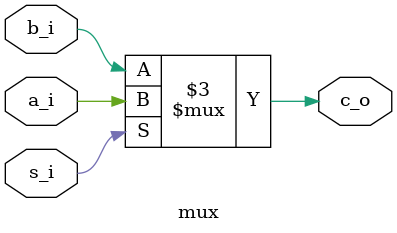
<source format=v>
module mux (
	//seccion para definir entradas
	
	input		a_i,
	input		b_i,
	input		s_i,
	
	//seccion para definir salidas
	output	reg	c_o

);
	//Abstraccion Comportamiento
	//always @(a_i, b_i, s_i)listar señales
	always @(*)//tomar todas las señales
	//begin
		if (s_i)
			begin
				c_o = a_i;
			end
		else
			begin
				c_o = b_i;
			end
		
	//end
	
	
	/*
	//Abtraccion algoritmo
	assign 	c_o = (s_i) ? a_i : b_i; 
	*/
	
	/*
	//Abstraccion Estructural
	//seccion de definicion de señales
	
	wire 		and1_w;
	wire		and2_w;
	wire		nots_w;
	
	not	not1	(nots_w, s_i);
	and	and1	(and1_w, a_1, s_i);
	and	and2	(and2_w, nots_w, b_i);
	or		or1	(c_o, and1_w, and2_w);
	*/
	
endmodule 
</source>
